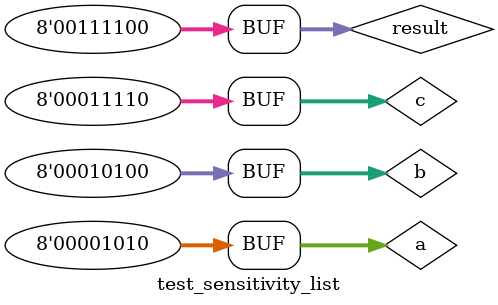
<source format=v>

module test_sensitivity_list;
  reg [7:0] a, b, c;
  reg [7:0] result;

  // Combinational logic sensitive to a, b, and c
  always @(a, b, c) begin
    result = a + b + c;
  end

  initial begin
    a = 8'd10;
    b = 8'd20;
    c = 8'd30;
  end
endmodule

</source>
